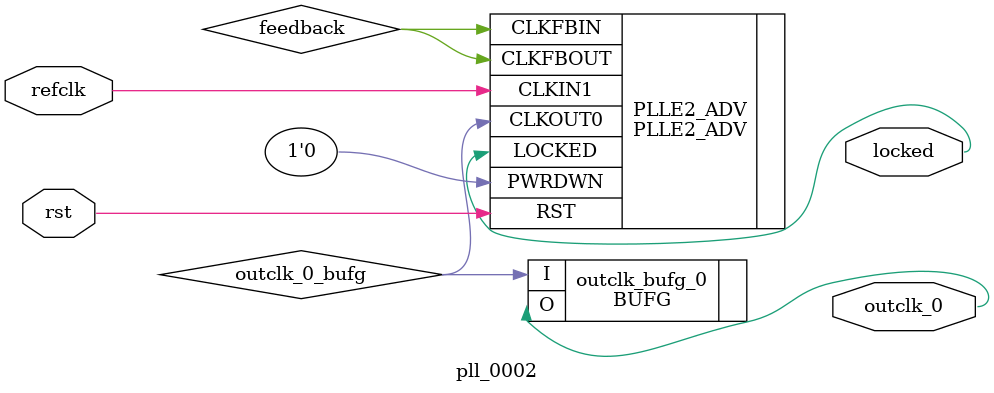
<source format=v>
`timescale 1ns/10ps
module  pll_0002(
	input wire refclk,
	input wire rst,
	output wire outclk_0,
	output wire locked
);

	wire feedback;

	wire outclk_0_bufg;
	
	PLLE2_ADV #(
		.CLKFBOUT_MULT(6'd29),
		.CLKIN1_PERIOD(20.0),
		.CLKOUT0_DIVIDE(7'd27), // 53.693175 MHz ~= 50 MHz * 29 / 27
		.CLKOUT0_PHASE(1'd0),
		.DIVCLK_DIVIDE(1'd1),
		.REF_JITTER1(0.01),
		.STARTUP_WAIT("FALSE")
	) PLLE2_ADV (
		.CLKFBIN(feedback),
		.CLKIN1(refclk),
		.PWRDWN(1'b0),
		.RST(rst),
		.CLKFBOUT(feedback),
		.CLKOUT0(outclk_0_bufg),
		.LOCKED(locked)
	);

	BUFG outclk_bufg_0 (.I(outclk_0_bufg), .O(outclk_0));
endmodule

</source>
